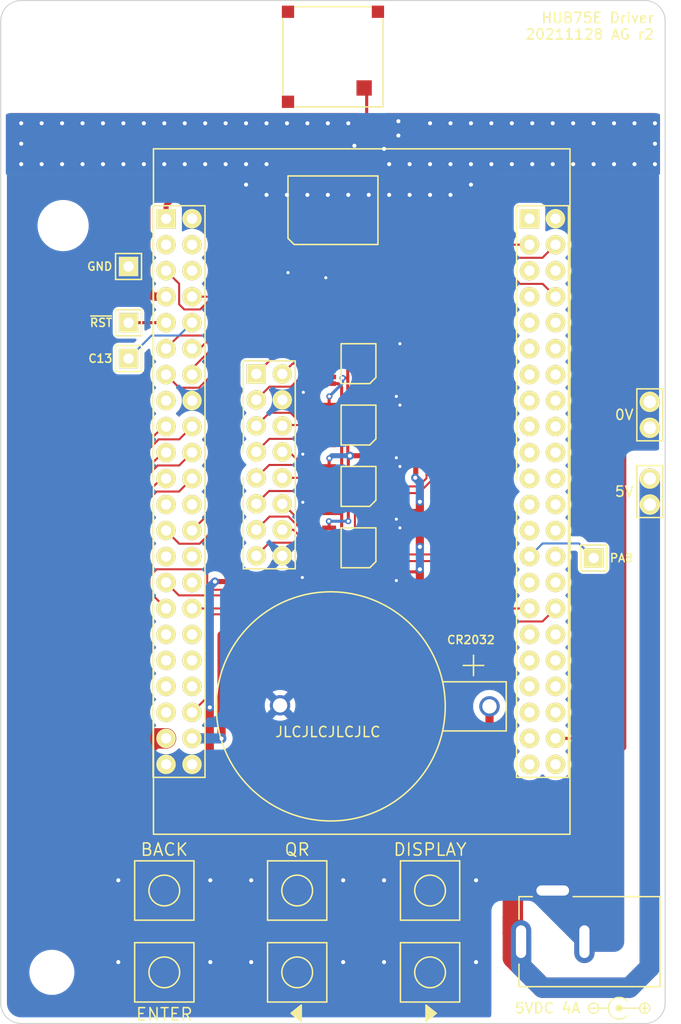
<source format=kicad_pcb>
(kicad_pcb (version 20211014) (generator pcbnew)
  (layers (0 "F.Cu" signal) (31 "B.Cu" signal) (34 "B.Paste" user) (35 "F.Paste" user) (36 "B.SilkS" user "B.Silkscreen") (37 "F.SilkS" user "F.Silkscreen") (38 "B.Mask" user) (39 "F.Mask" user) (44 "Edge.Cuts" user))
  (net 0 "")
  (net 1 "Net-(AE1-Pad1)")
  (net 2 "VBATT")
  (net 3 "GND")
  (net 4 "3v3")
  (net 5 "5v")
  (net 6 "Net-(C11-Pad2)")
  (net 7 "/PB15")
  (net 14 "/PC0")
  (net 15 "/PC1")
  (net 16 "/PC2")
  (net 19 "/HUB_B1")
  (net 20 "/HUB_G1")
  (net 21 "/HUB_R1")
  (net 22 "/PC3")
  (net 23 "/PC4")
  (net 24 "/PC5")
  (net 27 "/HUB_B2")
  (net 28 "/HUB_G2")
  (net 29 "/HUB_R2")
  (net 30 "/PE9")
  (net 31 "/PE5")
  (net 32 "/PE6")
  (net 33 "/PE7")
  (net 36 "/HUB_C")
  (net 37 "/HUB_B")
  (net 38 "/HUB_A")
  (net 39 "/HUB_E")
  (net 40 "/PE8")
  (net 41 "/PC6")
  (net 42 "/PC7")
  (net 45 "/HUB_OE")
  (net 46 "/HUB_LAT")
  (net 47 "/HUB_CLK")
  (net 48 "/HUB_D")
  (net 51 "/~{RST}")
  (net 52 "/PC13")
  (net 54 "/PA1")
  (net 55 "/PA0")
  (net 56 "/PA3")
  (net 57 "/PA2")
  (net 58 "/PA5")
  (net 59 "/PA4")
  (net 91 "/PA8")
  (net 108 "/3V_GPS")
  (net 109 "/PE0")
  (net 111 "/PE1")
  (net 112 "/PB7")
  (net 115 "/PB10")
  (footprint "agg:SIL-254P-02" (layer "F.Cu") (at 108.5 91 90)
    (fp_text reference "J9")
    (fp_text value "5V_OUT")
  )
  (footprint "agg:TSSOP-14" (layer "F.Cu") (at 80 90.5 180)
    (fp_text reference "IC4")
    (fp_text value "TXU0104PWR")
  )
  (footprint "agg:SW_MOM_6X6" (layer "F.Cu") (at 61 130)
    (fp_text reference "SW1")
    (fp_text value "SW_BACK")
  )
  (footprint "ael:0402" (layer "F.Cu") (at 84.6 93.3 90)
    (fp_text reference "C5")
    (fp_text value "100n")
  )
  (footprint "agg:0402" (layer "F.Cu") (at 80.8 55.5 90)
    (fp_text reference "L1")
    (fp_text value "3n3")
  )
  (footprint "agg:SW_MOM_6X6" (layer "F.Cu") (at 87 130)
    (fp_text reference "SW3")
    (fp_text value "SW_DISP")
  )
  (footprint "agg:SIL-254P-01" (layer "F.Cu") (at 57.5 69)
    (fp_text reference "J2")
    (fp_text value "GND")
  )
  (footprint "agg:DIL-254P-44" (layer "F.Cu") (at 98 91 -90)
    (fp_text reference "J4")
    (fp_text value "WEACT_H7_R")
  )
  (footprint "ael:0402" (layer "F.Cu") (at 75.4 92.9 -90)
    (fp_text reference "C9")
    (fp_text value "100n")
  )
  (footprint "agg:M3_HOLE" (layer "F.Cu") (at 51.1 65)
    (fp_text reference "X3" hide)
    (fp_text value "M3" hide)
  )
  (footprint "agg:SIL-254P-01" (layer "F.Cu") (at 57.5 78)
    (fp_text reference "J6")
    (fp_text value "PC13")
  )
  (footprint "agg:SW_MOM_6X6" (layer "F.Cu") (at 74 138)
    (fp_text reference "SW5")
    (fp_text value "SW_LEFT")
  )
  (footprint "agg:M3_HOLE" (layer "F.Cu") (at 50 138)
    (fp_text reference "X4" hide)
    (fp_text value "M3" hide)
  )
  (footprint "ael:0402" (layer "F.Cu") (at 84.6 99.3 90)
    (fp_text reference "C6")
    (fp_text value "100n")
  )
  (footprint "ael:0402" (layer "F.Cu") (at 84.6 87.3 90)
    (fp_text reference "C4")
    (fp_text value "100n")
  )
  (footprint "agg:TSSOP-14" (layer "F.Cu") (at 80 96.5 180)
    (fp_text reference "IC5")
    (fp_text value "TXU0104PWR")
  )
  (footprint "agg:0402" (layer "F.Cu") (at 82.5 54.9 180)
    (fp_text reference "C2")
    (fp_text value "1p8")
  )
  (footprint "agg:TSSOP-14" (layer "F.Cu") (at 80 84.5 180)
    (fp_text reference "IC3")
    (fp_text value "TXU0104PWR")
  )
  (footprint "agg:DIL-254P-44" (layer "F.Cu") (at 62.44 91 -90)
    (fp_text reference "J3")
    (fp_text value "WEACT_H7_L")
  )
  (footprint "agg:DIL-254P-16" (layer "F.Cu") (at 71.27 88.39 -90)
    (fp_text reference "J7")
    (fp_text value "HUB75E")
  )
  (footprint "ael:0402" (layer "F.Cu") (at 78.1 70.1)
    (fp_text reference "C1")
    (fp_text value "100n")
  )
  (footprint "agg:SW_MOM_6X6" (layer "F.Cu") (at 74 130)
    (fp_text reference "SW2")
    (fp_text value "SW_QR")
  )
  (footprint "ael:0402" (layer "F.Cu") (at 75.4 98.9 90)
    (fp_text reference "C10")
    (fp_text value "100n")
  )
  (footprint "ael:0402" (layer "F.Cu") (at 75.4 86.9 90)
    (fp_text reference "C8")
    (fp_text value "100n")
  )
  (footprint "agg:BARRELJACK" (layer "F.Cu") (at 99 135)
    (fp_text reference "J1")
    (fp_text value "5V@4A")
  )
  (footprint "agg:MAX-M8Q" (layer "F.Cu") (at 77.5 63.5 90)
    (fp_text reference "IC1")
    (fp_text value "MAX-M8Q")
  )
  (footprint "agg:NN01-103" (layer "F.Cu") (at 77.5 48.5)
    (fp_text reference "AE1")
    (fp_text value "ANT")
  )
  (footprint "ael:0402" (layer "F.Cu") (at 75.5 80.9 90)
    (fp_text reference "C7")
    (fp_text value "100n")
  )
  (footprint "agg:0402" (layer "F.Cu") (at 82.5 56.1 180)
    (fp_text reference "C11")
    (fp_text value "1p8")
  )
  (footprint "agg:SW_MOM_6X6" (layer "F.Cu") (at 61 138)
    (fp_text reference "SW4")
    (fp_text value "SW_ENTER")
  )
  (footprint "agg:M3_HOLE" (layer "F.Cu") (at 50 50)
    (fp_text reference "X2" hide)
    (fp_text value "M3" hide)
  )
  (footprint "ael:0402" (layer "F.Cu") (at 84.6 81.3 90)
    (fp_text reference "C3")
    (fp_text value "100n")
  )
  (footprint "agg:SIL-254P-02" (layer "F.Cu") (at 108.5 83.5 90)
    (fp_text reference "J10")
    (fp_text value "0V_OUT")
  )
  (footprint "agg:SIL-254P-01" (layer "F.Cu") (at 103 97.5)
    (fp_text reference "J8")
    (fp_text value "PA8")
  )
  (footprint "agg:TSSOP-14" (layer "F.Cu") (at 80 78.5 180)
    (fp_text reference "IC2")
    (fp_text value "TXU0104PWR")
  )
  (footprint "agg:KEYSTONE_103" (layer "F.Cu") (at 80.25 112)
    (fp_text reference "BT1")
    (fp_text value "CR2032")
  )
  (footprint "agg:SW_MOM_6X6" (layer "F.Cu") (at 87 138)
    (fp_text reference "SW6")
    (fp_text value "SW_RIGHT")
  )
  (footprint "agg:SIL-254P-01" (layer "F.Cu") (at 57.5 74.5)
    (fp_text reference "J5")
    (fp_text value "nRST")
  )
  (gr_circle (center 105.5 141.5) (end 105.5 141.7) (layer "F.SilkS") (width 0.3) (fill none))
  (gr_arc (start 106.25 142.25) (mid 104.43934 141.5) (end 106.25 140.75) (layer "F.SilkS") (width 0.12))
  (gr_line (start 108.3 141.5) (end 107.7 141.5) (layer "F.SilkS") (width 0.12))
  (gr_rect (start 59.94 57.5) (end 100.69 124.5) (layer "F.SilkS") (width 0.15) (fill none))
  (gr_poly (pts (xy 86.6 141.2) (xy 87.6 142) (xy 86.6 142.8)) (layer "F.SilkS") (width 0.15) (fill solid))
  (gr_circle (center 103 141.5) (end 103.5 141.5) (layer "F.SilkS") (width 0.12) (fill none))
  (gr_circle (center 108 141.5) (end 107.5 141.5) (layer "F.SilkS") (width 0.12) (fill none))
  (gr_line (start 103.3 141.5) (end 102.7 141.5) (layer "F.SilkS") (width 0.12))
  (gr_line (start 104.4 141.5) (end 103.5 141.5) (layer "F.SilkS") (width 0.12))
  (gr_line (start 105.4 141.5) (end 107.5 141.5) (layer "F.SilkS") (width 0.12))
  (gr_line (start 108 141.2) (end 108 141.8) (layer "F.SilkS") (width 0.12))
  (gr_poly (pts (xy 74.4 142.8) (xy 73.4 142) (xy 74.4 141.2)) (layer "F.SilkS") (width 0.15) (fill solid))
  (gr_arc (start 110 141) (mid 109.414214 142.414214) (end 108 143) (layer "Edge.Cuts") (width 0.1))
  (gr_line (start 110 141) (end 110 45) (layer "Edge.Cuts") (width 0.1))
  (gr_line (start 45 45) (end 45 141) (layer "Edge.Cuts") (width 0.1))
  (gr_arc (start 108 43) (mid 109.414214 43.585786) (end 110 45) (layer "Edge.Cuts") (width 0.1))
  (gr_arc (start 45 45) (mid 45.585786 43.585786) (end 47 43) (layer "Edge.Cuts") (width 0.1))
  (gr_line (start 47 143) (end 108 143) (layer "Edge.Cuts") (width 0.1))
  (gr_line (start 108 43) (end 47 43) (layer "Edge.Cuts") (width 0.1))
  (gr_arc (start 47 143) (mid 45.585786 142.414214) (end 45 141) (layer "Edge.Cuts") (width 0.1))
  (gr_text "DISPLAY" (at 87 126) (layer "F.SilkS") (effects (font (size 1.2 1.2))))
  (gr_text "GND" (at 56 69) (layer "F.SilkS") (effects (font (size 0.8 0.8)) (justify right)))
  (gr_text "0V" (at 107 83.5) (layer "F.SilkS") (effects (font (size 1 1)) (justify right)))
  (gr_text "HUB75E Driver\n20211128 AG r2" (at 109 45.5) (layer "F.SilkS") (effects (font (size 1 1)) (justify right)))
  (gr_text "CR2032" (at 91 105.5) (layer "F.SilkS") (effects (font (size 0.8 0.8))))
  (gr_text "JLCJLCJLCJLC" (at 77 114.5) (layer "F.SilkS") (effects (font (size 1 1))))
  (gr_text "5VDC 4A" (at 98.5 141.5) (layer "F.SilkS") (effects (font (size 1 1))))
  (gr_text "QR" (at 74 126) (layer "F.SilkS") (effects (font (size 1.2 1.2))))
  (gr_text "BACK" (at 61 126) (layer "F.SilkS") (effects (font (size 1.2 1.2))))
  (gr_text "5V" (at 107 91) (layer "F.SilkS") (effects (font (size 1 1)) (justify right)))
  (gr_text "~{RST}" (at 56 74.5) (layer "F.SilkS") (effects (font (size 0.8 0.8)) (justify right)))
  (gr_text "PA8" (at 104.5 97.5) (layer "F.SilkS") (effects (font (size 0.8 0.8)) (justify left)))
  (gr_text "ENTER" (at 61 142.1) (layer "F.SilkS") (effects (font (size 1.2 1.2))))
  (gr_text "C13" (at 56 78) (layer "F.SilkS") (effects (font (size 0.8 0.8)) (justify right)))
  (segment (start 80.8 51.8) (end 80.55 51.55) (width 0.5) (layer "F.Cu") (net 1))
  (segment (start 80.8 55.05) (end 81.8 55.05) (width 0.3) (layer "F.Cu") (net 1))
  (segment (start 80.8 55.05) (end 80.8 51.8) (width 0.3) (layer "F.Cu") (net 1))
  (segment (start 81.8 55.05) (end 82.05 54.8) (width 0.3) (layer "F.Cu") (net 1))
  (segment (start 94.05 61.25) (end 103.75 61.25) (width 0.8) (layer "F.Cu") (net 2))
  (segment (start 90.9 64.4) (end 94.05 61.25) (width 0.8) (layer "F.Cu") (net 2))
  (segment (start 59.25 71.25) (end 59.25 62.5) (width 0.8) (layer "F.Cu") (net 2))
  (segment (start 59.95 71.95) (end 59.25 71.25) (width 0.8) (layer "F.Cu") (net 2))
  (segment (start 59.25 62.5) (end 60.5 61.25) (width 0.8) (layer "F.Cu") (net 2))
  (segment (start 105.8 63.3) (end 105.8 115.95) (width 0.8) (layer "F.Cu") (net 2))
  (segment (start 92.815 118.565) (end 92.815 112) (width 0.8) (layer "F.Cu") (net 2))
  (segment (start 101.5 120.25) (end 94.5 120.25) (width 0.8) (layer "F.Cu") (net 2))
  (segment (start 105.8 115.95) (end 101.5 120.25) (width 0.8) (layer "F.Cu") (net 2))
  (segment (start 60.5 61.25) (end 65.35 61.25) (width 0.8) (layer "F.Cu") (net 2))
  (segment (start 94.5 120.25) (end 92.815 118.565) (width 0.8) (layer "F.Cu") (net 2))
  (segment (start 103.75 61.25) (end 105.8 63.3) (width 0.8) (layer "F.Cu") (net 2))
  (segment (start 61.17 71.95) (end 59.95 71.95) (width 0.8) (layer "F.Cu") (net 2))
  (segment (start 65.35 61.25) (end 68.5 64.4) (width 0.8) (layer "F.Cu") (net 2))
  (segment (start 68.5 64.4) (end 90.9 64.4) (width 0.8) (layer "F.Cu") (net 2))
  (segment (start 82.875 76.55) (end 84.05 76.55) (width 0.3) (layer "F.Cu") (net 3))
  (segment (start 82.45 127.75) (end 82.45 128.95) (width 0.3) (layer "F.Cu") (net 3))
  (segment (start 78.55 136.95) (end 78.5 137) (width 0.3) (layer "F.Cu") (net 3))
  (segment (start 82.45 136.95) (end 82.5 137) (width 0.3) (layer "F.Cu") (net 3))
  (segment (start 74.95 92.45) (end 74.55 92.05) (width 0.3) (layer "F.Cu") (net 3))
  (segment (start 82.95 56.2) (end 82.95 54.8) (width 0.5) (layer "F.Cu") (net 3))
  (segment (start 78.55 127.75) (end 78.55 128.95) (width 0.3) (layer "F.Cu") (net 3))
  (segment (start 75.4 99.35) (end 74.55 99.35) (width 0.3) (layer "F.Cu") (net 3))
  (segment (start 81.9 58.75) (end 81.9 58.1) (width 0.5) (layer "F.Cu") (net 3))
  (segment (start 56.45 135.75) (end 56.45 136.95) (width 0.3) (layer "F.Cu") (net 3))
  (segment (start 78.55 135.75) (end 78.55 136.95) (width 0.3) (layer "F.Cu") (net 3))
  (segment (start 82.95 57.05) (end 82.95 56.2) (width 0.5) (layer "F.Cu") (net 3))
  (segment (start 91.55 135.75) (end 91.55 136.95) (width 0.3) (layer "F.Cu") (net 3))
  (segment (start 82.45 135.75) (end 82.45 136.95) (width 0.3) (layer "F.Cu") (net 3))
  (segment (start 56.45 127.75) (end 56.45 128.95) (width 0.3) (layer "F.Cu") (net 3))
  (segment (start 84.6 87.75) (end 83.75 87.75) (width 0.3) (layer "F.Cu") (net 3))
  (segment (start 74.65 81.35) (end 74.6 81.3) (width 0.3) (layer "F.Cu") (net 3))
  (segment (start 83.75 81.75) (end 83.7 81.7) (width 0.3) (layer "F.Cu") (net 3))
  (segment (start 74.55 99.35) (end 74.5 99.4) (width 0.3) (layer "F.Cu") (net 3))
  (segment (start 82.875 88.55) (end 84.05 88.55) (width 0.3) (layer "F.Cu") (net 3))
  (segment (start 82.95 56.2) (end 83.9 56.2) (width 0.5) (layer "F.Cu") (net 3))
  (segment (start 65.55 127.75) (end 65.55 128.95) (width 0.3) (layer "F.Cu") (net 3))
  (segment (start 82.875 82.55) (end 84.05 82.55) (width 0.3) (layer "F.Cu") (net 3))
  (segment (start 69.45 135.75) (end 69.45 136.95) (width 0.3) (layer "F.Cu") (net 3))
  (segment (start 69.45 127.75) (end 69.45 128.95) (width 0.3) (layer "F.Cu") (net 3))
  (segment (start 56.45 128.95) (end 56.5 129) (width 0.3) (layer "F.Cu") (net 3))
  (segment (start 79.7 58.75) (end 79.7 57.3) (width 0.5) (layer "F.Cu") (net 3))
  (segment (start 83.75 87.75) (end 83.7 87.7) (width 0.3) (layer "F.Cu") (net 3))
  (segment (start 69.45 136.95) (end 69.5 137) (width 0.3) (layer "F.Cu") (net 3))
  (segment (start 56.45 136.95) (end 56.5 137) (width 0.3) (layer "F.Cu") (net 3))
  (segment (start 79.7 57.3) (end 79.6 57.2) (width 0.5) (layer "F.Cu") (net 3))
  (segment (start 69.45 128.95) (end 69.5 129) (width 0.3) (layer "F.Cu") (net 3))
  (segment (start 73.1 68.25) (end 73.1 69.6) (width 0.5) (layer "F.Cu") (net 3))
  (segment (start 82.95 54.8) (end 83.9 54.8) (width 0.5) (layer "F.Cu") (net 3))
  (segment (start 91.55 128.95) (end 91.5 129) (width 0.3) (layer "F.Cu") (net 3))
  (segment (start 82.875 94.55) (end 84.05 94.55) (width 0.3) (layer "F.Cu") (net 3))
  (segment (start 84.6 99.75) (end 83.75 99.75) (width 0.3) (layer "F.Cu") (net 3))
  (segment (start 65.55 136.95) (end 65.5 137) (width 0.3) (layer "F.Cu") (net 3))
  (segment (start 77.65 70.1) (end 76.8 70.1) (width 0.3) (layer "F.Cu") (net 3))
  (segment (start 81.9 58.1) (end 82.95 57.05) (width 0.5) (layer "F.Cu") (net 3))
  (segment (start 84.6 81.75) (end 83.75 81.75) (width 0.3) (layer "F.Cu") (net 3))
  (segment (start 83.75 99.75) (end 83.7 99.7) (width 0.3) (layer "F.Cu") (net 3))
  (segment (start 75.4 87.35) (end 74.55 87.35) (width 0.3) (layer "F.Cu") (net 3))
  (segment (start 84.6 93.75) (end 83.75 93.75) (width 0.3) (layer "F.Cu") (net 3))
  (segment (start 65.55 135.75) (end 65.55 136.95) (width 0.3) (layer "F.Cu") (net 3))
  (segment (start 83.75 93.75) (end 83.7 93.7) (width 0.3) (layer "F.Cu") (net 3))
  (segment (start 91.55 136.95) (end 91.5 137) (width 0.3) (layer "F.Cu") (net 3))
  (segment (start 75.5 81.35) (end 74.65 81.35) (width 0.3) (layer "F.Cu") (net 3))
  (segment (start 78.55 128.95) (end 78.5 129) (width 0.3) (layer "F.Cu") (net 3))
  (segment (start 91.55 127.75) (end 91.55 128.95) (width 0.3) (layer "F.Cu") (net 3))
  (segment (start 82.45 128.95) (end 82.5 129) (width 0.3) (layer "F.Cu") (net 3))
  (segment (start 75.4 92.45) (end 74.95 92.45) (width 0.3) (layer "F.Cu") (net 3))
  (segment (start 65.55 128.95) (end 65.5 129) (width 0.3) (layer "F.Cu") (net 3))
  (via (at 84.05 88.55) (size 0.6) (drill 0.3) (layers "F.Cu" "B.Cu") (net 3))
  (via (at 78.5 137) (size 0.8) (drill 0.4) (layers "F.Cu" "B.Cu") (net 3))
  (via (at 77 55) (size 0.8) (drill 0.4) (layers "F.Cu" "B.Cu") (net 3))
  (via (at 87 62) (size 0.8) (drill 0.4) (layers "F.Cu" "B.Cu") (net 3))
  (via (at 57 59) (size 0.8) (drill 0.4) (layers "F.Cu" "B.Cu") (net 3))
  (via (at 107 55) (size 0.8) (drill 0.4) (layers "F.Cu" "B.Cu") (net 3))
  (via (at 79 62) (size 0.8) (drill 0.4) (layers "F.Cu" "B.Cu") (net 3))
  (via (at 49 55) (size 0.8) (drill 0.4) (layers "F.Cu" "B.Cu") (net 3))
  (via (at 59 59) (size 0.8) (drill 0.4) (layers "F.Cu" "B.Cu") (net 3))
  (via (at 56.5 129) (size 0.8) (drill 0.4) (layers "F.Cu" "B.Cu") (net 3))
  (via (at 83.7 93.7) (size 0.6) (drill 0.3) (layers "F.Cu" "B.Cu") (net 3))
  (via (at 73 62) (size 0.8) (drill 0.4) (layers "F.Cu" "B.Cu") (net 3))
  (via (at 73 55) (size 0.8) (drill 0.4) (layers "F.Cu" "B.Cu") (net 3))
  (via (at 91 55) (size 0.8) (drill 0.4) (layers "F.Cu" "B.Cu") (net 3))
  (via (at 79.6 57.2) (size 0.8) (drill 0.4) (layers "F.Cu" "B.Cu") (net 3))
  (via (at 82.5 137) (size 0.8) (drill 0.4) (layers "F.Cu" "B.Cu") (net 3))
  (via (at 87 55) (size 0.8) (drill 0.4) (layers "F.Cu" "B.Cu") (net 3))
  (via (at 82.5 57.5) (size 0.8) (drill 0.4) (layers "F.Cu" "B.Cu") (net 3))
  (via (at 76.8 70.1) (size 0.6) (drill 0.3) (layers "F.Cu" "B.Cu") (net 3))
  (via (at 73.1 69.6) (size 0.6) (drill 0.3) (layers "F.Cu" "B.Cu") (net 3))
  (via (at 83.7 99.7) (size 0.6) (drill 0.3) (layers "F.Cu" "B.Cu") (net 3))
  (via (at 71 62) (size 0.8) (drill 0.4) (layers "F.Cu" "B.Cu") (net 3))
  (via (at 71 59) (size 0.8) (drill 0.4) (layers "F.Cu" "B.Cu") (net 3))
  (via (at 51 55) (size 0.8) (drill 0.4) (layers "F.Cu" "B.Cu") (net 3))
  (via (at 93 59) (size 0.8) (drill 0.4) (layers "F.Cu" "B.Cu") (net 3))
  (via (at 69 59) (size 0.8) (drill 0.4) (layers "F.Cu" "B.Cu") (net 3))
  (via (at 75 55) (size 0.8) (drill 0.4) (layers "F.Cu" "B.Cu") (net 3))
  (via (at 61 55) (size 0.8) (drill 0.4) (layers "F.Cu" "B.Cu") (net 3))
  (via (at 109 57) (size 0.8) (drill 0.4) (layers "F.Cu" "B.Cu") (net 3))
  (via (at 85 59) (size 0.8) (drill 0.4) (layers "F.Cu" "B.Cu") (net 3))
  (via (at 51 59) (size 0.8) (drill 0.4) (layers "F.Cu" "B.Cu") (net 3))
  (via (at 82.5 129) (size 0.8) (drill 0.4) (layers "F.Cu" "B.Cu") (net 3))
  (via (at 91.5 129) (size 0.8) (drill 0.4) (layers "F.Cu" "B.Cu") (net 3))
  (via (at 101 59) (size 0.8) (drill 0.4) (layers "F.Cu" "B.Cu") (net 3))
  (via (at 97 59) (size 0.8) (drill 0.4) (layers "F.Cu" "B.Cu") (net 3))
  (via (at 83.7 87.7) (size 0.6) (drill 0.3) (layers "F.Cu" "B.Cu") (net 3))
  (via (at 93 55) (size 0.8) (drill 0.4) (layers "F.Cu" "B.Cu") (net 3))
  (via (at 74.55 87.35) (size 0.6) (drill 0.3) (layers "F.Cu" "B.Cu") (net 3))
  (via (at 74.6 81.3) (size 0.6) (drill 0.3) (layers "F.Cu" "B.Cu") (net 3))
  (via (at 107 59) (size 0.8) (drill 0.4) (layers "F.Cu" "B.Cu") (net 3))
  (via (at 69.5 137) (size 0.8) (drill 0.4) (layers "F.Cu" "B.Cu") (net 3))
  (via (at 91 61) (size 0.8) (drill 0.4) (layers "F.Cu" "B.Cu") (net 3))
  (via (at 83 59) (size 0.8) (drill 0.4) (layers "F.Cu" "B.Cu") (net 3))
  (via (at 91 59) (size 0.8) (drill 0.4) (layers "F.Cu" "B.Cu") (net 3))
  (via (at 89 59) (size 0.8) (drill 0.4) (layers "F.Cu" "B.Cu") (net 3))
  (via (at 89 62) (size 0.8) (drill 0.4) (layers "F.Cu" "B.Cu") (net 3))
  (via (at 49 59) (size 0.8) (drill 0.4) (layers "F.Cu" "B.Cu") (net 3))
  (via (at 59 55) (size 0.8) (drill 0.4) (layers "F.Cu" "B.Cu") (net 3))
  (via (at 84.05 82.55) (size 0.6) (drill 0.3) (layers "F.Cu" "B.Cu") (net 3))
  (via (at 81 62) (size 0.8) (drill 0.4) (layers "F.Cu" "B.Cu") (net 3))
  (via (at 67 59) (size 0.8) (drill 0.4) (layers "F.Cu" "B.Cu") (net 3))
  (via (at 65.5 137) (size 0.8) (drill 0.4) (layers "F.Cu" "B.Cu") (net 3))
  (via (at 99 55) (size 0.8) (drill 0.4) (layers "F.Cu" "B.Cu") (net 3))
  (via (at 53 55) (size 0.8) (drill 0.4) (layers "F.Cu" "B.Cu") (net 3))
  (via (at 69 61) (size 0.8) (drill 0.4) (layers "F.Cu" "B.Cu") (net 3))
  (via (at 63 59) (size 0.8) (drill 0.4) (layers "F.Cu" "B.Cu") (net 3))
  (via (at 63 55) (size 0.8) (drill 0.4) (layers "F.Cu" "B.Cu") (net 3))
  (via (at 55 59) (size 0.8) (drill 0.4) (layers "F.Cu" "B.Cu") (net 3))
  (via (at 101 55) (size 0.8) (drill 0.4) (layers "F.Cu" "B.Cu") (net 3))
  (via (at 105 55) (size 0.8) (drill 0.4) (layers "F.Cu" "B.Cu") (net 3))
  (via (at 69.5 129) (size 0.8) (drill 0.4) (layers "F.Cu" "B.Cu") (net 3))
  (via (at 65.5 129) (size 0.8) (drill 0.4) (layers "F.Cu" "B.Cu") (net 3))
  (via (at 95 55) (size 0.8) (drill 0.4) (layers "F.Cu" "B.Cu") (net 3))
  (via (at 83 62) (size 0.8) (drill 0.4) (layers "F.Cu" "B.Cu") (net 3))
  (via (at 47 57) (size 0.8) (drill 0.4) (layers "F.Cu" "B.Cu") (net 3))
  (via (at 103 55) (size 0.8) (drill 0.4) (layers "F.Cu" "B.Cu") (net 3))
  (via (at 47 55) (size 0.8) (drill 0.4) (layers "F.Cu" "B.Cu") (net 3))
  (via (at 91.5 137) (size 0.8) (drill 0.4) (layers "F.Cu" "B.Cu") (net 3))
  (via (at 78.5 129) (size 0.8) (drill 0.4) (layers "F.Cu" "B.Cu") (net 3))
  (via (at 103 59) (size 0.8) (drill 0.4) (layers "F.Cu" "B.Cu") (net 3))
  (via (at 56.5 137) (size 0.8) (drill 0.4) (layers "F.Cu" "B.Cu") (net 3))
  (via (at 109 59) (size 0.8) (drill 0.4) (layers "F.Cu" "B.Cu") (net 3))
  (via (at 55 55) (size 0.8) (drill 0.4) (layers "F.Cu" "B.Cu") (net 3))
  (via (at 109 55) (size 0.8) (drill 0.4) (layers "F.Cu" "B.Cu") (net 3))
  (via (at 84.05 76.55) (size 0.6) (drill 0.3) (layers "F.Cu" "B.Cu") (net 3))
  (via (at 57 55) (size 0.8) (drill 0.4) (layers "F.Cu" "B.Cu") (net 3))
  (via (at 65 59) (size 0.8) (drill 0.4) (layers "F.Cu" "B.Cu") (net 3))
  (via (at 71 55) (size 0.8) (drill 0.4) (layers "F.Cu" "B.Cu") (net 3))
  (via (at 83.9 54.8) (size 0.8) (drill 0.4) (layers "F.Cu" "B.Cu") (net 3))
  (via (at 53 59) (size 0.8) (drill 0.4) (layers "F.Cu" "B.Cu") (net 3))
  (via (at 65 55) (size 0.8) (drill 0.4) (layers "F.Cu" "B.Cu") (net 3))
  (via (at 75 62) (size 0.8) (drill 0.4) (layers "F.Cu" "B.Cu") (net 3))
  (via (at 83.9 56.2) (size 0.8) (drill 0.4) (layers "F.Cu" "B.Cu") (net 3))
  (via (at 67 55) (size 0.8) (drill 0.4) (layers "F.Cu" "B.Cu") (net 3))
  (via (at 85 62) (size 0.8) (drill 0.4) (layers "F.Cu" "B.Cu") (net 3))
  (via (at 83.7 81.7) (size 0.6) (drill 0.3) (layers "F.Cu" "B.Cu") (net 3))
  (via (at 87 59) (size 0.8) (drill 0.4) (layers "F.Cu" "B.Cu") (net 3))
  (via (at 47 59) (size 0.8) (drill 0.4) (layers "F.Cu" "B.Cu") (net 3))
  (via (at 105 59) (size 0.8) (drill 0.4) (layers "F.Cu" "B.Cu") (net 3))
  (via (at 77 62) (size 0.8) (drill 0.4) (layers "F.Cu" "B.Cu") (net 3))
  (via (at 74.5 99.4) (size 0.6) (drill 0.3) (layers "F.Cu" "B.Cu") (net 3))
  (via (at 99 59) (size 0.8) (drill 0.4) (layers "F.Cu" "B.Cu") (net 3))
  (via (at 79 55) (size 0.8) (drill 0.4) (layers "F.Cu" "B.Cu") (net 3))
  (via (at 97 55) (size 0.8) (drill 0.4) (layers "F.Cu" "B.Cu") (net 3))
  (via (at 69 55) (size 0.8) (drill 0.4) (layers "F.Cu" "B.Cu") (net 3))
  (via (at 61 59) (size 0.8) (drill 0.4) (layers "F.Cu" "B.Cu") (net 3))
  (via (at 84.05 94.55) (size 0.6) (drill 0.3) (layers "F.Cu" "B.Cu") (net 3))
  (via (at 89 55) (size 0.8) (drill 0.4) (layers "F.Cu" "B.Cu") (net 3))
  (via (at 74.55 92.05) (size 0.6) (drill 0.3) (layers "F.Cu" "B.Cu") (net 3))
  (via (at 95 59) (size 0.8) (drill 0.4) (layers "F.Cu" "B.Cu") (net 3))
  (segment (start 78.85 79.9) (end 78.95 79.8) (width 0.3) (layer "F.Cu") (net 4))
  (segment (start 83.95 85.9) (end 83.85 85.8) (width 0.3) (layer "F.Cu") (net 4))
  (segment (start 77.125 93.925) (end 77.1 93.9) (width 0.3) (layer "F.Cu") (net 4))
  (segment (start 84.2 98.45) (end 84.6 98.85) (width 0.3) (layer "F.Cu") (net 4))
  (segment (start 67.65 104) (end 66.6 105.05) (width 0.8) (layer "F.Cu") (net 4))
  (segment (start 84.2 86.45) (end 84.6 86.85) (width 0.3) (layer "F.Cu") (net 4))
  (segment (start 83.15 87) (end 84.45 87) (width 0.3) (layer "F.Cu") (net 4))
  (segment (start 86 96.4) (end 86 92.75) (width 0.8) (layer "F.Cu") (net 4))
  (segment (start 83.85 79.8) (end 82.875 79.8) (width 0.3) (layer "F.Cu") (net 4))
  (segment (start 80.8 104) (end 67.65 104) (width 0.8) (layer "F.Cu") (net 4))
  (segment (start 84.6 80.85) (end 85.25 80.85) (width 0.3) (layer "F.Cu") (net 4))
  (segment (start 77.125 94.55) (end 77.125 93.925) (width 0.3) (layer "F.Cu") (net 4))
  (segment (start 79 87.65) (end 79.15 87.5) (width 0.3) (layer "F.Cu") (net 4))
  (segment (start 83.95 86.35) (end 83.95 85.9) (width 0.3) (layer "F.Cu") (net 4))
  (segment (start 85.6 86.6) (end 85.35 86.85) (width 0.3) (layer "F.Cu") (net 4))
  (segment (start 85.4 101.1) (end 83.7 101.1) (width 0.8) (layer "F.Cu") (net 4))
  (segment (start 83.85 85.8) (end 82.875 85.8) (width 0.3) (layer "F.Cu") (net 4))
  (segment (start 84.6 92.85) (end 85.9 92.85) (width 0.3) (layer "F.Cu") (net 4))
  (segment (start 78.25 76.55) (end 78.95 77.25) (width 0.3) (layer "F.Cu") (net 4))
  (segment (start 78.95 79.8) (end 78.95 87.3) (width 0.3) (layer "F.Cu") (net 4))
  (segment (start 79 93.9) (end 79 87.65) (width 0.3) (layer "F.Cu") (net 4))
  (segment (start 86 98.6) (end 86 100.5) (width 0.8) (layer "F.Cu") (net 4))
  (segment (start 85.9 92.85) (end 86 92.75) (width 0.5) (layer "F.Cu") (net 4))
  (segment (start 66.6 115.15) (end 66.6 105.05) (width 0.8) (layer "F.Cu") (net 4))
  (segment (start 77.125 87.775) (end 77.15 87.75) (width 0.3) (layer "F.Cu") (net 4))
  (segment (start 82.95 87.2) (end 83.15 87) (width 0.3) (layer "F.Cu") (net 4))
  (segment (start 82.875 86.45) (end 84.2 86.45) (width 0.3) (layer "F.Cu") (net 4))
  (segment (start 78.95 87.3) (end 79.15 87.5) (width 0.3) (layer "F.Cu") (net 4))
  (segment (start 85.75 98.85) (end 86 98.6) (width 0.5) (layer "F.Cu") (net 4))
  (segment (start 86 92.75) (end 86 92) (width 0.8) (layer "F.Cu") (net 4))
  (segment (start 85.6 81.2) (end 85.6 86.6) (width 0.5) (layer "F.Cu") (net 4))
  (segment (start 77.125 88.55) (end 77.125 87.775) (width 0.3) (layer "F.Cu") (net 4))
  (segment (start 84.2 92.45) (end 84.6 92.85) (width 0.3) (layer "F.Cu") (net 4))
  (segment (start 77.125 81.725) (end 77.15 81.7) (width 0.3) (layer "F.Cu") (net 4))
  (segment (start 83.7 101.1) (end 80.8 104) (width 0.8) (layer "F.Cu") (net 4))
  (segment (start 82.875 98.45) (end 84.2 98.45) (width 0.3) (layer "F.Cu") (net 4))
  (segment (start 85.6 86.6) (end 85.6 89.6) (width 0.5) (layer "F.Cu") (net 4))
  (segment (start 84.6 98.85) (end 85.75 98.85) (width 0.3) (layer "F.Cu") (net 4))
  (segment (start 85.35 86.85) (end 84.6 86.85) (width 0.3) (layer "F.Cu") (net 4))
  (segment (start 82.65 87.5) (end 79.15 87.5) (width 0.5) (layer "F.Cu") (net 4))
  (segment (start 84.2 80.45) (end 84.6 80.85) (width 0.3) (layer "F.Cu") (net 4))
  (segment (start 83.95 80.35) (end 83.95 79.9) (width 0.3) (layer "F.Cu") (net 4))
  (segment (start 85.6 89.6) (end 85.55 89.65) (width 0.5) (layer "F.Cu") (net 4))
  (segment (start 83.95 79.9) (end 83.85 79.8) (width 0.3) (layer "F.Cu") (net 4))
  (segment (start 84.45 87) (end 84.6 86.85) (width 0.3) (layer "F.Cu") (net 4))
  (segment (start 82.95 87.2) (end 82.65 87.5) (width 0.3) (layer "F.Cu") (net 4))
  (segment (start 86 100.5) (end 85.4 101.1) (width 0.8) (layer "F.Cu") (net 4))
  (segment (start 78.45 79.9) (end 78.85 79.9) (width 0.3) (layer "F.Cu") (net 4))
  (segment (start 85.25 80.85) (end 85.6 81.2) (width 0.5) (layer "F.Cu") (net 4))
  (segment (start 82.875 92.45) (end 84.2 92.45) (width 0.3) (layer "F.Cu") (net 4))
  (segment (start 82.875 80.45) (end 84.2 80.45) (width 0.3) (layer "F.Cu") (net 4))
  (segment (start 77.125 76.55) (end 78.25 76.55) (width 0.3) (layer "F.Cu") (net 4))
  (segment (start 77.125 82.55) (end 77.125 81.725) (width 0.3) (layer "F.Cu") (net 4))
  (segment (start 78.95 77.25) (end 78.95 79.8) (width 0.3) (layer "F.Cu") (net 4))
  (via (at 86 98.6) (size 0.8) (drill 0.4) (layers "F.Cu" "B.Cu") (net 4))
  (via (at 78.45 79.9) (size 0.6) (drill 0.3) (layers "F.Cu" "B.Cu") (net 4))
  (via (at 86 92) (size 0.8) (drill 0.4) (layers "F.Cu" "B.Cu") (net 4))
  (via (at 86 96.4) (size 0.8) (drill 0.4) (layers "F.Cu" "B.Cu") (net 4))
  (via (at 77.15 81.7) (size 0.6) (drill 0.3) (layers "F.Cu" "B.Cu") (net 4))
  (via (at 85.55 89.65) (size 0.8) (drill 0.4) (layers "F.Cu" "B.Cu") (net 4))
  (via (at 79.15 87.5) (size 0.8) (drill 0.4) (layers "F.Cu" "B.Cu") (net 4))
  (via (at 77.15 87.75) (size 0.6) (drill 0.3) (layers "F.Cu" "B.Cu") (net 4))
  (via (at 66.6 115.15) (size 0.8) (drill 0.4) (layers "F.Cu" "B.Cu") (net 4))
  (via (at 79 93.9) (size 0.6) (drill 0.3) (layers "F.Cu" "B.Cu") (net 4))
  (via (at 77.1 93.9) (size 0.6) (drill 0.3) (layers "F.Cu" "B.Cu") (net 4))
  (segment (start 77.15 81.7) (end 78.45 80.4) (width 0.3) (layer "B.Cu") (net 4))
  (segment (start 86 90.1) (end 85.55 89.65) (width 0.8) (layer "B.Cu") (net 4))
  (segment (start 77.4 87.5) (end 77.15 87.75) (width 0.5) (layer "B.Cu") (net 4))
  (segment (start 63.71 115.13) (end 66.58 115.13) (width 1) (layer "B.Cu") (net 4))
  (segment (start 66.58 115.13) (end 66.6 115.15) (width 0.8) (layer "B.Cu") (net 4))
  (segment (start 77.1 93.9) (end 79 93.9) (width 0.3) (layer "B.Cu") (net 4))
  (segment (start 86 92) (end 86 90.1) (width 0.8) (layer "B.Cu") (net 4))
  (segment (start 78.45 80.4) (end 78.45 79.9) (width 0.3) (layer "B.Cu") (net 4))
  (segment (start 79.15 87.5) (end 77.4 87.5) (width 0.5) (layer "B.Cu") (net 4))
  (segment (start 86 98.6) (end 86 96.4) (width 0.8) (layer "B.Cu") (net 4))
  (segment (start 77.125 92.45) (end 77.125 93.025) (width 0.3) (layer "F.Cu") (net 5))
  (segment (start 78.35 93.25) (end 78.35 98.2) (width 0.3) (layer "F.Cu") (net 5))
  (segment (start 59.97 115.13) (end 61.17 115.13) (width 2) (layer "F.Cu") (net 5))
  (segment (start 91.2 122.2) (end 60 122.2) (width 2) (layer "F.Cu") (net 5))
  (segment (start 65.95 99.8) (end 72.85 99.8) (width 0.5) (layer "F.Cu") (net 5))
  (segment (start 77.125 98.45) (end 75.4 98.45) (width 0.3) (layer "F.Cu") (net 5))
  (segment (start 78.35 86.4) (end 78.35 93.15) (width 0.3) (layer "F.Cu") (net 5))
  (segment (start 72.85 99.8) (end 74.2 98.45) (width 0.5) (layer "F.Cu") (net 5))
  (segment (start 78.35 86.4) (end 78.3 86.45) (width 0.3) (layer "F.Cu") (net 5))
  (segment (start 58.8 116.3) (end 59.97 115.13) (width 2) (layer "F.Cu") (net 5))
  (segment (start 95.1 134.2) (end 95.9 135) (width 2) (layer "F.Cu") (net 5))
  (segment (start 58.8 121) (end 58.8 116.3) (width 2) (layer "F.Cu") (net 5))
  (segment (start 65.45 122.2) (end 65.45 112.1) (width 0.8) (layer "F.Cu") (net 5))
  (segment (start 77.125 80.45) (end 75.5 80.45) (width 0.3) (layer "F.Cu") (net 5))
  (segment (start 78.35 93.15) (end 78.35 93.25) (width 0.3) (layer "F.Cu") (net 5))
  (segment (start 95.1 132.6) (end 95.1 136.6) (width 2) (layer "F.Cu") (net 5))
  (segment (start 75.9 93.35) (end 75.4 93.35) (width 0.3) (layer "F.Cu") (net 5))
  (segment (start 74.2 98.45) (end 75.4 98.45) (width 0.5) (layer "F.Cu") (net 5))
  (segment (start 78.35 80.8) (end 78 80.45) (width 0.3) (layer "F.Cu") (net 5))
  (segment (start 106.5 139.5) (end 108.5 137.5) (width 2) (layer "F.Cu") (net 5))
  (segment (start 76.1 93.15) (end 75.9 93.35) (width 0.3) (layer "F.Cu") (net 5))
  (segment (start 95.1 126.1) (end 91.2 122.2) (width 2) (layer "F.Cu") (net 5))
  (segment (start 77 93.15) (end 76.1 93.15) (width 0.3) (layer "F.Cu") (net 5))
  (segment (start 60 122.2) (end 58.8 121) (width 2) (layer "F.Cu") (net 5))
  (segment (start 78.35 93.15) (end 77 93.15) (width 0.3) (layer "F.Cu") (net 5))
  (segment (start 95.1 132.6) (end 95.1 126.1) (width 2) (layer "F.Cu") (net 5))
  (segment (start 95.9 135) (end 95.9 137.4) (width 2) (layer "F.Cu") (net 5))
  (segment (start 78.35 86.4) (end 78.35 80.8) (width 0.3) (layer "F.Cu") (net 5))
  (segment (start 77.125 93.025) (end 77 93.15) (width 0.3) (layer "F.Cu") (net 5))
  (segment (start 77.125 86.45) (end 78.3 86.45) (width 0.3) (layer "F.Cu") (net 5))
  (segment (start 95.1 132.6) (end 95.1 134.2) (width 2) (layer "F.Cu") (net 5))
  (segment (start 95.1 136.6) (end 95.9 137.4) (width 2) (layer "F.Cu") (net 5))
  (segment (start 108.5 137.5) (end 108.5 89.73) (width 2) (layer "F.Cu") (net 5))
  (segment (start 78 80.45) (end 77.125 80.45) (width 0.3) (layer "F.Cu") (net 5))
  (segment (start 78.1 98.45) (end 77.125 98.45) (width 0.3) (layer "F.Cu") (net 5))
  (segment (start 98 139.5) (end 106.5 139.5) (width 2) (layer "F.Cu") (net 5))
  (segment (start 75.4 86.45) (end 77.125 86.45) (width 0.3) (layer "F.Cu") (net 5))
  (segment (start 95.9 137.4) (end 98 139.5) (width 2) (layer "F.Cu") (net 5))
  (segment (start 78.35 98.2) (end 78.1 98.45) (width 0.3) (layer "F.Cu") (net 5))
  (via (at 65.95 99.8) (size 0.8) (drill 0.4) (layers "F.Cu" "B.Cu") (net 5))
  (via (at 65.45 112.1) (size 0.8) (drill 0.4) (layers "F.Cu" "B.Cu") (net 5))
  (segment (start 106.5 139.5) (end 108.5 137.5) (width 2) (layer "B.Cu") (net 5))
  (segment (start 108.5 137.5) (end 108.5 89.73) (width 2) (layer "B.Cu") (net 5))
  (segment (start 98 139.5) (end 95.9 137.4) (width 2) (layer "B.Cu") (net 5))
  (segment (start 65.45 100.3) (end 65.95 99.8) (width 0.8) (layer "B.Cu") (net 5))
  (segment (start 95.9 137.4) (end 95.9 135) (width 2) (layer "B.Cu") (net 5))
  (segment (start 98 139.5) (end 106.5 139.5) (width 2) (layer "B.Cu") (net 5))
  (segment (start 65.45 112.1) (end 65.45 100.3) (width 0.8) (layer "B.Cu") (net 5))
  (segment (start 80.8 58.75) (end 80.8 55.95) (width 0.3) (layer "F.Cu") (net 6))
  (segment (start 81.8 55.95) (end 82.05 56.2) (width 0.3) (layer "F.Cu") (net 6))
  (segment (start 80.8 55.95) (end 81.8 55.95) (width 0.3) (layer "F.Cu") (net 6))
  (segment (start 104.8 113.9) (end 104.8 63.8) (width 0.3) (layer "F.Cu") (net 7))
  (segment (start 71.7 67) (end 73.2 65.5) (width 0.3) (layer "F.Cu") (net 7))
  (segment (start 76.4 68.25) (end 76.4 69.5) (width 0.3) (layer "F.Cu") (net 7))
  (segment (start 94.6 62.3) (end 100.6 62.3) (width 0.3) (layer "F.Cu") (net 7))
  (segment (start 73.2 65.5) (end 91.4 65.5) (width 0.3) (layer "F.Cu") (net 7))
  (segment (start 91.4 65.5) (end 94.6 62.3) (width 0.3) (layer "F.Cu") (net 7))
  (segment (start 104.8 63.8) (end 103.3 62.3) (width 0.3) (layer "F.Cu") (net 7))
  (segment (start 99.27 115.13) (end 103.57 115.13) (width 0.3) (layer "F.Cu") (net 7))
  (segment (start 71.7 69.4) (end 71.7 67) (width 0.3) (layer "F.Cu") (net 7))
  (segment (start 103.57 115.13) (end 104.8 113.9) (width 0.3) (layer "F.Cu") (net 7))
  (segment (start 75.6 70.3) (end 72.6 70.3) (width 0.3) (layer "F.Cu") (net 7))
  (segment (start 76.4 69.5) (end 75.6 70.3) (width 0.3) (layer "F.Cu") (net 7))
  (segment (start 72.6 70.3) (end 71.7 69.4) (width 0.3) (layer "F.Cu") (net 7))
  (segment (start 103.3 62.3) (end 100.6 62.3) (width 0.3) (layer "F.Cu") (net 7))
  (segment (start 64.47 77.03) (end 67.9 73.6) (width 0.2) (layer "F.Cu") (net 14))
  (segment (start 63.71 77.03) (end 64.47 77.03) (width 0.2) (layer "F.Cu") (net 14))
  (segment (start 83.05 73.6) (end 85.3 75.85) (width 0.2) (layer "F.Cu") (net 14))
  (segment (start 67.9 73.6) (end 83.05 73.6) (width 0.2) (layer "F.Cu") (net 14))
  (segment (start 85.15 77.85) (end 82.875 77.85) (width 0.2) (layer "F.Cu") (net 14))
  (segment (start 85.3 77.7) (end 85.15 77.85) (width 0.2) (layer "F.Cu") (net 14))
  (segment (start 85.3 75.85) (end 85.3 77.7) (width 0.2) (layer "F.Cu") (net 14))
  (segment (start 65 75.75) (end 67.7 73.05) (width 0.2) (layer "F.Cu") (net 15))
  (segment (start 85.85 78) (end 85.35 78.5) (width 0.2) (layer "F.Cu") (net 15))
  (segment (start 85.35 78.5) (end 82.875 78.5) (width 0.2) (layer "F.Cu") (net 15))
  (segment (start 67.7 73.05) (end 83.3 73.05) (width 0.2) (layer "F.Cu") (net 15))
  (segment (start 61.17 77.03) (end 62.45 75.75) (width 0.2) (layer "F.Cu") (net 15))
  (segment (start 62.45 75.75) (end 65 75.75) (width 0.2) (layer "F.Cu") (net 15))
  (segment (start 85.85 75.6) (end 85.85 78) (width 0.2) (layer "F.Cu") (net 15))
  (segment (start 83.3 73.05) (end 85.85 75.6) (width 0.2) (layer "F.Cu") (net 15))
  (segment (start 80.9 78.5) (end 81.55 79.15) (width 0.2) (layer "F.Cu") (net 16))
  (segment (start 63.71 78.99) (end 68.55 74.15) (width 0.2) (layer "F.Cu") (net 16))
  (segment (start 68.55 74.15) (end 79.3 74.15) (width 0.2) (layer "F.Cu") (net 16))
  (segment (start 63.71 79.57) (end 63.71 78.99) (width 0.2) (layer "F.Cu") (net 16))
  (segment (start 79.3 74.15) (end 80.9 75.75) (width 0.2) (layer "F.Cu") (net 16))
  (segment (start 80.9 75.75) (end 80.9 78.5) (width 0.2) (layer "F.Cu") (net 16))
  (segment (start 81.55 79.15) (end 82.875 79.15) (width 0.2) (layer "F.Cu") (net 16))
  (segment (start 70 82.04) (end 71.29 80.75) (width 0.2) (layer "F.Cu") (net 19))
  (segment (start 75.25 79.15) (end 77.125 79.15) (width 0.2) (layer "F.Cu") (net 19))
  (segment (start 71.29 80.75) (end 73.4 80.75) (width 0.2) (layer "F.Cu") (net 19))
  (segment (start 75 79.15) (end 75.25 79.15) (width 0.2) (layer "F.Cu") (net 19))
  (segment (start 73.4 80.75) (end 75 79.15) (width 0.2) (layer "F.Cu") (net 19))
  (segment (start 73.54 78.5) (end 72.54 79.5) (width 0.2) (layer "F.Cu") (net 20))
  (segment (start 77.125 78.5) (end 73.54 78.5) (width 0.2) (layer "F.Cu") (net 20))
  (segment (start 77.125 77.85) (end 71.65 77.85) (width 0.2) (layer "F.Cu") (net 21))
  (segment (start 71.65 77.85) (end 70 79.5) (width 0.2) (layer "F.Cu") (net 21))
  (segment (start 65.5 78) (end 65.5 79.75) (width 0.2) (layer "F.Cu") (net 22))
  (segment (start 65.5 79.75) (end 64.4 80.85) (width 0.2) (layer "F.Cu") (net 22))
  (segment (start 80.35 83.15) (end 80.35 76.1) (width 0.2) (layer "F.Cu") (net 22))
  (segment (start 62.45 80.85) (end 61.17 79.57) (width 0.2) (layer "F.Cu") (net 22))
  (segment (start 78.95 74.7) (end 68.8 74.7) (width 0.2) (layer "F.Cu") (net 22))
  (segment (start 68.8 74.7) (end 65.5 78) (width 0.2) (layer "F.Cu") (net 22))
  (segment (start 81.05 83.85) (end 80.35 83.15) (width 0.2) (layer "F.Cu") (net 22))
  (segment (start 80.35 76.1) (end 78.95 74.7) (width 0.2) (layer "F.Cu") (net 22))
  (segment (start 64.4 80.85) (end 62.45 80.85) (width 0.2) (layer "F.Cu") (net 22))
  (segment (start 82.875 83.85) (end 81.05 83.85) (width 0.2) (layer "F.Cu") (net 22))
  (segment (start 79.9 76.45) (end 78.7 75.25) (width 0.2) (layer "F.Cu") (net 23))
  (segment (start 79.9 83.55) (end 79.9 76.45) (width 0.2) (layer "F.Cu") (net 23))
  (segment (start 66.15 92.37) (end 63.71 94.81) (width 0.2) (layer "F.Cu") (net 23))
  (segment (start 69.5 75.25) (end 66.15 78.6) (width 0.2) (layer "F.Cu") (net 23))
  (segment (start 66.15 78.6) (end 66.15 92.37) (width 0.2) (layer "F.Cu") (net 23))
  (segment (start 78.7 75.25) (end 69.5 75.25) (width 0.2) (layer "F.Cu") (net 23))
  (segment (start 80.85 84.5) (end 79.9 83.55) (width 0.2) (layer "F.Cu") (net 23))
  (segment (start 82.875 84.5) (end 80.85 84.5) (width 0.2) (layer "F.Cu") (net 23))
  (segment (start 79.5 84) (end 79.5 76.95) (width 0.2) (layer "F.Cu") (net 24))
  (segment (start 69.75 75.8) (end 66.85 78.7) (width 0.2) (layer "F.Cu") (net 24))
  (segment (start 82.875 85.15) (end 80.65 85.15) (width 0.2) (layer "F.Cu") (net 24))
  (segment (start 62.46 96.1) (end 61.17 94.81) (width 0.2) (layer "F.Cu") (net 24))
  (segment (start 66.85 78.7) (end 66.85 93.7) (width 0.2) (layer "F.Cu") (net 24))
  (segment (start 79.5 76.95) (end 78.35 75.8) (width 0.2) (layer "F.Cu") (net 24))
  (segment (start 64.45 96.1) (end 62.46 96.1) (width 0.2) (layer "F.Cu") (net 24))
  (segment (start 78.35 75.8) (end 69.75 75.8) (width 0.2) (layer "F.Cu") (net 24))
  (segment (start 66.85 93.7) (end 64.45 96.1) (width 0.2) (layer "F.Cu") (net 24))
  (segment (start 80.65 85.15) (end 79.5 84) (width 0.2) (layer "F.Cu") (net 24))
  (segment (start 70 87.12) (end 71.27 85.85) (width 0.2) (layer "F.Cu") (net 27))
  (segment (start 74.25 85.15) (end 73.55 85.85) (width 0.2) (layer "F.Cu") (net 27))
  (segment (start 73.55 85.85) (end 73.35 85.85) (width 0.2) (layer "F.Cu") (net 27))
  (segment (start 71.27 85.85) (end 73.35 85.85) (width 0.2) (layer "F.Cu") (net 27))
  (segment (start 77.125 85.15) (end 74.25 85.15) (width 0.2) (layer "F.Cu") (net 27))
  (segment (start 72.62 84.5) (end 72.54 84.58) (width 0.2) (layer "F.Cu") (net 28))
  (segment (start 77.125 84.5) (end 72.62 84.5) (width 0.2) (layer "F.Cu") (net 28))
  (segment (start 77.125 83.85) (end 73.9 83.85) (width 0.2) (layer "F.Cu") (net 29))
  (segment (start 73.9 83.85) (end 73.35 83.3) (width 0.2) (layer "F.Cu") (net 29))
  (segment (start 71.28 83.3) (end 70 84.58) (width 0.2) (layer "F.Cu") (net 29))
  (segment (start 73.35 83.3) (end 71.28 83.3) (width 0.2) (layer "F.Cu") (net 29))
  (segment (start 64.85 98.6) (end 60.25 98.6) (width 0.2) (layer "F.Cu") (net 30))
  (segment (start 78.85 100.6) (end 65.55 100.6) (width 0.2) (layer "F.Cu") (net 30))
  (segment (start 82.875 89.85) (end 80.05 89.85) (width 0.2) (layer "F.Cu") (net 30))
  (segment (start 65.55 100.6) (end 65.2 100.25) (width 0.2) (layer "F.Cu") (net 30))
  (segment (start 65.2 100.25) (end 65.2 98.95) (width 0.2) (layer "F.Cu") (net 30))
  (segment (start 60.25 98.6) (end 59.55 99.3) (width 0.2) (layer "F.Cu") (net 30))
  (segment (start 79.65 99.8) (end 78.85 100.6) (width 0.2) (layer "F.Cu") (net 30))
  (segment (start 80.05 89.85) (end 79.65 90.25) (width 0.2) (layer "F.Cu") (net 30))
  (segment (start 59.55 99.3) (end 59.55 100.81) (width 0.2) (layer "F.Cu") (net 30))
  (segment (start 59.55 100.81) (end 61.17 102.43) (width 0.2) (layer "F.Cu") (net 30))
  (segment (start 65.2 98.95) (end 64.85 98.6) (width 0.2) (layer "F.Cu") (net 30))
  (segment (start 79.65 90.25) (end 79.65 99.8) (width 0.2) (layer "F.Cu") (net 30))
  (segment (start 85.85 90.5) (end 82.875 90.5) (width 0.2) (layer "F.Cu") (net 31))
  (segment (start 84 72.5) (end 86.65 75.15) (width 0.2) (layer "F.Cu") (net 31))
  (segment (start 86.65 75.15) (end 86.65 89.7) (width 0.2) (layer "F.Cu") (net 31))
  (segment (start 61.17 69.41) (end 62.45 70.69) (width 0.2) (layer "F.Cu") (net 31))
  (segment (start 62.95 73.2) (end 64.5 73.2) (width 0.2) (layer "F.Cu") (net 31))
  (segment (start 86.65 89.7) (end 85.85 90.5) (width 0.2) (layer "F.Cu") (net 31))
  (segment (start 62.45 72.7) (end 62.95 73.2) (width 0.2) (layer "F.Cu") (net 31))
  (segment (start 64.5 73.2) (end 65.2 72.5) (width 0.2) (layer "F.Cu") (net 31))
  (segment (start 62.45 70.69) (end 62.45 72.7) (width 0.2) (layer "F.Cu") (net 31))
  (segment (start 65.2 72.5) (end 84 72.5) (width 0.2) (layer "F.Cu") (net 31))
  (segment (start 84.15 71.95) (end 63.71 71.95) (width 0.2) (layer "F.Cu") (net 32))
  (segment (start 82.875 91.15) (end 85.9 91.15) (width 0.2) (layer "F.Cu") (net 32))
  (segment (start 87.15 74.95) (end 84.15 71.95) (width 0.2) (layer "F.Cu") (net 32))
  (segment (start 87.15 89.9) (end 87.15 74.95) (width 0.2) (layer "F.Cu") (net 32))
  (segment (start 85.9 91.15) (end 87.15 89.9) (width 0.2) (layer "F.Cu") (net 32))
  (segment (start 80.85 91.8) (end 82.875 91.8) (width 0.2) (layer "F.Cu") (net 33))
  (segment (start 79.3 101.15) (end 80.1 100.35) (width 0.2) (layer "F.Cu") (net 33))
  (segment (start 80.1 92.55) (end 80.85 91.8) (width 0.2) (layer "F.Cu") (net 33))
  (segment (start 80.1 100.35) (end 80.1 92.55) (width 0.2) (layer "F.Cu") (net 33))
  (segment (start 61.17 99.89) (end 62.43 101.15) (width 0.2) (layer "F.Cu") (net 33))
  (segment (start 62.43 101.15) (end 79.3 101.15) (width 0.2) (layer "F.Cu") (net 33))
  (segment (start 70 92.2) (end 71.25 90.95) (width 0.2) (layer "F.Cu") (net 36))
  (segment (start 74.7 90.95) (end 75.55 91.8) (width 0.2) (layer "F.Cu") (net 36))
  (segment (start 75.55 91.8) (end 77.125 91.8) (width 0.2) (layer "F.Cu") (net 36))
  (segment (start 71.25 90.95) (end 74.7 90.95) (width 0.2) (layer "F.Cu") (net 36))
  (segment (start 75.75 91.15) (end 77.125 91.15) (width 0.2) (layer "F.Cu") (net 37))
  (segment (start 72.54 89.66) (end 74.26 89.66) (width 0.2) (layer "F.Cu") (net 37))
  (segment (start 74.26 89.66) (end 75.75 91.15) (width 0.2) (layer "F.Cu") (net 37))
  (segment (start 77.125 90.5) (end 75.9 90.5) (width 0.2) (layer "F.Cu") (net 38))
  (segment (start 75.9 90.5) (end 73.8 88.4) (width 0.2) (layer "F.Cu") (net 38))
  (segment (start 71.26 88.4) (end 70 89.66) (width 0.2) (layer "F.Cu") (net 38))
  (segment (start 73.8 88.4) (end 71.26 88.4) (width 0.2) (layer "F.Cu") (net 38))
  (segment (start 75.95 89.85) (end 77.125 89.85) (width 0.2) (layer "F.Cu") (net 39))
  (segment (start 73.22 87.12) (end 75.95 89.85) (width 0.2) (layer "F.Cu") (net 39))
  (segment (start 72.54 87.12) (end 73.22 87.12) (width 0.2) (layer "F.Cu") (net 39))
  (segment (start 79.97 102.43) (end 80.7 101.7) (width 0.2) (layer "F.Cu") (net 40))
  (segment (start 80.7 96.6) (end 81.45 95.85) (width 0.2) (layer "F.Cu") (net 40))
  (segment (start 80.7 101.7) (end 80.7 96.6) (width 0.2) (layer "F.Cu") (net 40))
  (segment (start 81.45 95.85) (end 82.875 95.85) (width 0.2) (layer "F.Cu") (net 40))
  (segment (start 63.71 102.43) (end 79.97 102.43) (width 0.2) (layer "F.Cu") (net 40))
  (segment (start 94.13 102.43) (end 96.73 102.43) (width 0.2) (layer "F.Cu") (net 41))
  (segment (start 88.85 97.15) (end 94.13 102.43) (width 0.2) (layer "F.Cu") (net 41))
  (segment (start 82.875 97.15) (end 88.85 97.15) (width 0.2) (layer "F.Cu") (net 41))
  (segment (start 82.875 97.8) (end 88.6 97.8) (width 0.2) (layer "F.Cu") (net 42))
  (segment (start 94.5 103.7) (end 98 103.7) (width 0.2) (layer "F.Cu") (net 42))
  (segment (start 98 103.7) (end 99.27 102.43) (width 0.2) (layer "F.Cu") (net 42))
  (segment (start 88.6 97.8) (end 94.5 103.7) (width 0.2) (layer "F.Cu") (net 42))
  (segment (start 77.125 97.8) (end 76 97.8) (width 0.2) (layer "F.Cu") (net 45))
  (segment (start 76 97.8) (end 74.2 96) (width 0.2) (layer "F.Cu") (net 45))
  (segment (start 71.28 96) (end 70 97.28) (width 0.2) (layer "F.Cu") (net 45))
  (segment (start 74.2 96) (end 71.28 96) (width 0.2) (layer "F.Cu") (net 45))
  (segment (start 76.05 97.15) (end 73.64 94.74) (width 0.2) (layer "F.Cu") (net 46))
  (segment (start 73.64 94.74) (end 72.54 94.74) (width 0.2) (layer "F.Cu") (net 46))
  (segment (start 77.125 97.15) (end 76.05 97.15) (width 0.2) (layer "F.Cu") (net 46))
  (segment (start 70 94.74) (end 71.29 93.45) (width 0.2) (layer "F.Cu") (net 47))
  (segment (start 71.29 93.45) (end 73.15 93.45) (width 0.2) (layer "F.Cu") (net 47))
  (segment (start 76.2 96.5) (end 77.125 96.5) (width 0.2) (layer "F.Cu") (net 47))
  (segment (start 73.15 93.45) (end 76.2 96.5) (width 0.2) (layer "F.Cu") (net 47))
  (segment (start 76.25 95.85) (end 72.6 92.2) (width 0.2) (layer "F.Cu") (net 48))
  (segment (start 77.125 95.85) (end 76.25 95.85) (width 0.2) (layer "F.Cu") (net 48))
  (segment (start 72.6 92.2) (end 72.54 92.2) (width 0.2) (layer "F.Cu") (net 48))
  (segment (start 61.17 74.49) (end 57.51 74.49) (width 0.3) (layer "F.Cu") (net 51))
  (segment (start 57.51 74.49) (end 57.5 74.5) (width 0.3) (layer "F.Cu") (net 51))
  (segment (start 63.71 74.49) (end 62.45 75.75) (width 0.2) (layer "B.Cu") (net 52))
  (segment (start 59.75 75.75) (end 57.5 78) (width 0.2) (layer "B.Cu") (net 52))
  (segment (start 62.45 75.75) (end 59.75 75.75) (width 0.2) (layer "B.Cu") (net 52))
  (segment (start 54.4 139.7) (end 54.95 140.25) (width 0.2) (layer "F.Cu") (net 54))
  (segment (start 60.9 84.65) (end 54.4 91.15) (width 0.2) (layer "F.Cu") (net 54))
  (segment (start 54.4 91.15) (end 54.4 139.7) (width 0.2) (layer "F.Cu") (net 54))
  (segment (start 54.95 140.25) (end 56.45 140.25) (width 0.2) (layer "F.Cu") (net 54))
  (segment (start 61.17 84.65) (end 60.9 84.65) (width 0.2) (layer "F.Cu") (net 54))
  (segment (start 65.55 140.25) (end 56.45 140.25) (width 0.3) (layer "F.Cu") (net 54))
  (segment (start 65.55 132.25) (end 56.45 132.25) (width 0.3) (layer "F.Cu") (net 55))
  (segment (start 54.95 131.95) (end 55.25 132.25) (width 0.2) (layer "F.Cu") (net 55))
  (segment (start 60.45 85.9) (end 54.95 91.4) (width 0.2) (layer "F.Cu") (net 55))
  (segment (start 62.46 85.9) (end 60.45 85.9) (width 0.2) (layer "F.Cu") (net 55))
  (segment (start 55.25 132.25) (end 56.45 132.25) (width 0.2) (layer "F.Cu") (net 55))
  (segment (start 54.95 91.4) (end 54.95 131.95) (width 0.2) (layer "F.Cu") (net 55))
  (segment (start 63.71 84.65) (end 62.46 85.9) (width 0.2) (layer "F.Cu") (net 55))
  (segment (start 61.17 87.19) (end 60.86 87.19) (width 0.2) (layer "F.Cu") (net 56))
  (segment (start 67.2 139.5) (end 67.95 140.25) (width 0.2) (layer "F.Cu") (net 56))
  (segment (start 58.75 126.15) (end 66.65 126.15) (width 0.2) (layer "F.Cu") (net 56))
  (segment (start 67.95 140.25) (end 69.45 140.25) (width 0.2) (layer "F.Cu") (net 56))
  (segment (start 60.86 87.19) (end 55.5 92.55) (width 0.2) (layer "F.Cu") (net 56))
  (segment (start 78.55 140.25) (end 69.45 140.25) (width 0.3) (layer "F.Cu") (net 56))
  (segment (start 67.2 126.7) (end 67.2 139.5) (width 0.2) (layer "F.Cu") (net 56))
  (segment (start 55.5 122.9) (end 58.75 126.15) (width 0.2) (layer "F.Cu") (net 56))
  (segment (start 55.5 92.55) (end 55.5 122.9) (width 0.2) (layer "F.Cu") (net 56))
  (segment (start 66.65 126.15) (end 67.2 126.7) (width 0.2) (layer "F.Cu") (net 56))
  (segment (start 58.95 125.55) (end 66.95 125.55) (width 0.2) (layer "F.Cu") (net 57))
  (segment (start 63.71 87.19) (end 62.45 88.45) (width 0.2) (layer "F.Cu") (net 57))
  (segment (start 56.1 122.7) (end 58.95 125.55) (width 0.2) (layer "F.Cu") (net 57))
  (segment (start 56.1 92.7) (end 56.1 122.7) (width 0.2) (layer "F.Cu") (net 57))
  (segment (start 66.95 125.55) (end 67.8 126.4) (width 0.2) (layer "F.Cu") (net 57))
  (segment (start 62.45 88.45) (end 60.35 88.45) (width 0.2) (layer "F.Cu") (net 57))
  (segment (start 78.55 132.25) (end 69.45 132.25) (width 0.3) (layer "F.Cu") (net 57))
  (segment (start 67.8 126.4) (end 67.8 131.85) (width 0.2) (layer "F.Cu") (net 57))
  (segment (start 68.2 132.25) (end 69.45 132.25) (width 0.2) (layer "F.Cu") (net 57))
  (segment (start 67.8 131.85) (end 68.2 132.25) (width 0.2) (layer "F.Cu") (net 57))
  (segment (start 60.35 88.45) (end 56.1 92.7) (width 0.2) (layer "F.Cu") (net 57))
  (segment (start 56.7 122.5) (end 59.15 124.95) (width 0.2) (layer "F.Cu") (net 58))
  (segment (start 91.55 140.25) (end 82.45 140.25) (width 0.3) (layer "F.Cu") (net 58))
  (segment (start 80.2 126.5) (end 80.2 139.5) (width 0.2) (layer "F.Cu") (net 58))
  (segment (start 80.2 139.5) (end 80.95 140.25) (width 0.2) (layer "F.Cu") (net 58))
  (segment (start 59.15 124.95) (end 78.65 124.95) (width 0.2) (layer "F.Cu") (net 58))
  (segment (start 56.7 93.75) (end 56.7 122.5) (width 0.2) (layer "F.Cu") (net 58))
  (segment (start 60.72 89.73) (end 56.7 93.75) (width 0.2) (layer "F.Cu") (net 58))
  (segment (start 80.95 140.25) (end 82.45 140.25) (width 0.2) (layer "F.Cu") (net 58))
  (segment (start 78.65 124.95) (end 80.2 126.5) (width 0.2) (layer "F.Cu") (net 58))
  (segment (start 61.17 89.73) (end 60.72 89.73) (width 0.2) (layer "F.Cu") (net 58))
  (segment (start 57.3 93.95) (end 57.3 122.25) (width 0.2) (layer "F.Cu") (net 59))
  (segment (start 78.95 124.4) (end 80.8 126.25) (width 0.2) (layer "F.Cu") (net 59))
  (segment (start 80.8 126.25) (end 80.8 131.9) (width 0.2) (layer "F.Cu") (net 59))
  (segment (start 57.3 122.25) (end 59.45 124.4) (width 0.2) (layer "F.Cu") (net 59))
  (segment (start 91.55 132.25) (end 82.45 132.25) (width 0.3) (layer "F.Cu") (net 59))
  (segment (start 59.45 124.4) (end 78.95 124.4) (width 0.2) (layer "F.Cu") (net 59))
  (segment (start 60.25 91) (end 57.3 93.95) (width 0.2) (layer "F.Cu") (net 59))
  (segment (start 80.8 131.9) (end 81.15 132.25) (width 0.2) (layer "F.Cu") (net 59))
  (segment (start 63.71 89.73) (end 62.44 91) (width 0.2) (layer "F.Cu") (net 59))
  (segment (start 62.44 91) (end 60.25 91) (width 0.2) (layer "F.Cu") (net 59))
  (segment (start 81.15 132.25) (end 82.45 132.25) (width 0.2) (layer "F.Cu") (net 59))
  (segment (start 98.005 96.075) (end 101.575 96.075) (width 0.2) (layer "B.Cu") (net 91))
  (segment (start 96.73 97.35) (end 98.005 96.075) (width 0.2) (layer "B.Cu") (net 91))
  (segment (start 101.575 96.075) (end 103 97.5) (width 0.2) (layer "B.Cu") (net 91))
  (segment (start 80.8 69.9) (end 80.8 68.25) (width 0.5) (layer "F.Cu") (net 108))
  (segment (start 64.8 62.5) (end 61.7 62.5) (width 0.5) (layer "F.Cu") (net 108))
  (segment (start 67 71.1) (end 65.9 70) (width 0.5) (layer "F.Cu") (net 108))
  (segment (start 61.7 62.5) (end 61.17 63.03) (width 0.5) (layer "F.Cu") (net 108))
  (segment (start 78.6 68.25) (end 78.6 70.05) (width 0.5) (layer "F.Cu") (net 108))
  (segment (start 65.9 70) (end 65.9 63.6) (width 0.5) (layer "F.Cu") (net 108))
  (segment (start 61.17 63.03) (end 61.17 64.33) (width 0.5) (layer "F.Cu") (net 108))
  (segment (start 79.7 69.9) (end 79.5 70.1) (width 0.5) (layer "F.Cu") (net 108))
  (segment (start 78.6 70.8) (end 78.3 71.1) (width 0.5) (layer "F.Cu") (net 108))
  (segment (start 65.9 63.6) (end 64.8 62.5) (width 0.5) (layer "F.Cu") (net 108))
  (segment (start 78.6 70.8) (end 78.6 70.15) (width 0.5) (layer "F.Cu") (net 108))
  (segment (start 78.3 71.1) (end 67 71.1) (width 0.5) (layer "F.Cu") (net 108))
  (segment (start 79.7 68.25) (end 79.7 69.9) (width 0.5) (layer "F.Cu") (net 108))
  (segment (start 78.6 70.05) (end 78.55 70.1) (width 0.5) (layer "F.Cu") (net 108))
  (segment (start 78.6 70.15) (end 78.55 70.1) (width 0.5) (layer "F.Cu") (net 108))
  (segment (start 80.6 70.1) (end 80.8 69.9) (width 0.5) (layer "F.Cu") (net 108))
  (segment (start 79.5 70.1) (end 78.55 70.1) (width 0.5) (layer "F.Cu") (net 108))
  (segment (start 79.5 70.1) (end 80.6 70.1) (width 0.5) (layer "F.Cu") (net 108))
  (segment (start 75.1 66.2) (end 92.9 66.2) (width 0.2) (layer "F.Cu") (net 109))
  (segment (start 92.9 66.2) (end 93.57 66.87) (width 0.2) (layer "F.Cu") (net 109))
  (segment (start 74.2 68.25) (end 74.2 67.1) (width 0.2) (layer "F.Cu") (net 109))
  (segment (start 74.2 67.1) (end 75.1 66.2) (width 0.2) (layer "F.Cu") (net 109))
  (segment (start 93.57 66.87) (end 96.73 66.87) (width 0.2) (layer "F.Cu") (net 109))
  (segment (start 97.99 68.15) (end 99.27 66.87) (width 0.2) (layer "F.Cu") (net 111))
  (segment (start 75.3 67.1) (end 75.7 66.7) (width 0.2) (layer "F.Cu") (net 111))
  (segment (start 94.15 68.15) (end 97.99 68.15) (width 0.2) (layer "F.Cu") (net 111))
  (segment (start 75.3 68.25) (end 75.3 67.1) (width 0.2) (layer "F.Cu") (net 111))
  (segment (start 92.7 66.7) (end 94.15 68.15) (width 0.2) (layer "F.Cu") (net 111))
  (segment (start 75.7 66.7) (end 92.7 66.7) (width 0.2) (layer "F.Cu") (net 111))
  (segment (start 95.8 70.7) (end 92.3 67.2) (width 0.2) (layer "F.Cu") (net 112))
  (segment (start 99.27 71.95) (end 98.02 70.7) (width 0.2) (layer "F.Cu") (net 112))
  (segment (start 84 67.2) (end 82.95 68.25) (width 0.2) (layer "F.Cu") (net 112))
  (segment (start 98.02 70.7) (end 95.8 70.7) (width 0.2) (layer "F.Cu") (net 112))
  (segment (start 82.95 68.25) (end 81.9 68.25) (width 0.2) (layer "F.Cu") (net 112))
  (segment (start 92.3 67.2) (end 84 67.2) (width 0.2) (layer "F.Cu") (net 112))
  (segment (start 65.45 103.4) (end 65.85 103) (width 0.2) (layer "F.Cu") (net 115))
  (segment (start 81.3 96.9) (end 81.7 96.5) (width 0.2) (layer "F.Cu") (net 115))
  (segment (start 65.45 110.85) (end 65.45 103.4) (width 0.2) (layer "F.Cu") (net 115))
  (segment (start 81.3 102) (end 81.3 96.9) (width 0.2) (layer "F.Cu") (net 115))
  (segment (start 65.85 103) (end 80.3 103) (width 0.2) (layer "F.Cu") (net 115))
  (segment (start 63.71 112.59) (end 65.45 110.85) (width 0.2) (layer "F.Cu") (net 115))
  (segment (start 81.7 96.5) (end 82.875 96.5) (width 0.2) (layer "F.Cu") (net 115))
  (segment (start 80.3 103) (end 81.3 102) (width 0.2) (layer "F.Cu") (net 115))
  (zone (net 3) (net_name "GND") (layers F&B.Cu) (connect_pads yes (clearance 0.5)) (min_thickness 0.25) (fill yes (thermal_gap 0.508) (thermal_bridge_width 0.508) (smoothing fillet) (radius 1))
    (polygon (pts (xy 110 60) (xy 93 60) (xy 90 63) (xy 69.5 63) (xy 66.5 60) (xy 45 60) (xy 45 54) (xy 110 54)))
  )
  (zone (net 3) (net_name "GND") (layer "B.Cu") (connect_pads (clearance 0.6)) (min_thickness 0.25) (fill yes (thermal_gap 0.5) (thermal_bridge_width 0.8) (smoothing fillet) (radius 1))
    (polygon (pts (xy 110 87) (xy 106 87) (xy 106 136) (xy 102 136) (xy 97 131) (xy 93 131) (xy 93 143) (xy 45 143) (xy 45 60) (xy 110 60)))
  )
)
</source>
